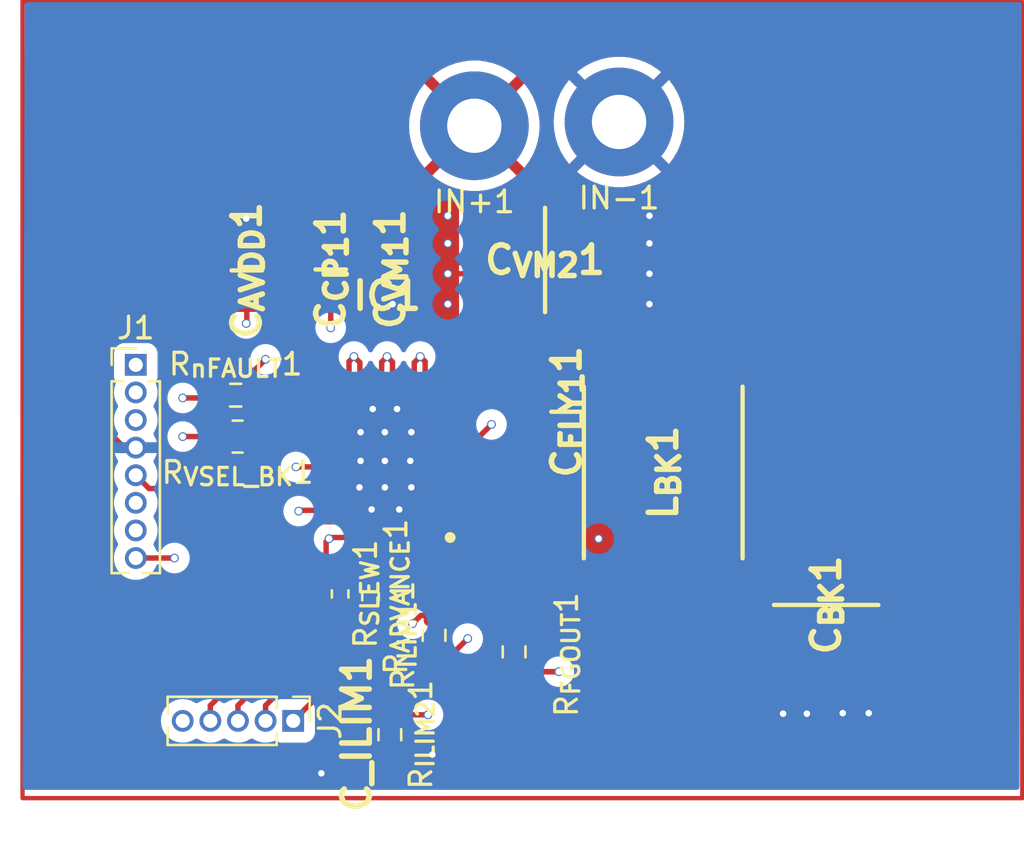
<source format=kicad_pcb>
(kicad_pcb (version 20221018) (generator pcbnew)
  (layers (0 "F.Cu" signal) (1 "In1.Cu" signal) (2 "In2.Cu" signal) (31 "B.Cu" signal) (34 "B.Paste" user) (35 "F.Paste" user) (36 "B.SilkS" user "B.Silkscreen") (37 "F.SilkS" user "F.Silkscreen") (38 "B.Mask" user) (39 "F.Mask" user) (44 "Edge.Cuts" user))
  (net 0 "")
  (net 1 "Net-(IC1-ILIM)")
  (net 2 "GND")
  (net 3 "/AVDD")
  (net 4 "/SW_BK")
  (net 5 "Net-(IC1-CP)")
  (net 6 "/VM")
  (net 7 "Net-(IC1-CPH)")
  (net 8 "Net-(IC1-CPL)")
  (net 9 "/PWM")
  (net 10 "/DIR")
  (net 11 "/BRAKE")
  (net 12 "/FGOUT")
  (net 13 "/W")
  (net 14 "/V")
  (net 15 "/U")
  (net 16 "/H3")
  (net 17 "/H2")
  (net 18 "/H1")
  (net 19 "/nFAULT")
  (net 21 "Net-(IC1-SW_BK)")
  (net 22 "Net-(IC1-VSEL_BK)")
  (net 26 "Net-(IC1-SLEW)")
  (net 27 "Net-(IC1-ADVANCE)")
  (footprint "SamacSys_Parts:CAPC3216X178N" (layer "F.Cu") (at 148.7944 90.8618 90)
    (fp_text reference "C_{CP1}1" (at 0 0 90) (layer "F.SilkS") (effects (font (size 1.27 1.27) (thickness 0.254))))
    (fp_text value "1uF" hide)
    (fp_line (start 0 -0.7) (end 0 0.7) (stroke (width 0.2)) (layer "F.SilkS"))
    (pad "1" smd rect (at -1.4 0 90) (size 1.02 1.82) (layers "F.Cu" "F.Paste" "F.Mask") (net 5 "Net-(IC1-CP)"))
    (pad "2" smd rect (at 1.4 0 90) (size 1.02 1.82) (layers "F.Cu" "F.Paste" "F.Mask") (net 6 "/VM"))
  )
  (footprint "Resistor_SMD:R_0603_1608Metric_Pad0.98x0.95mm_HandSolder" (layer "F.Cu") (at 151.511 112.268 -90)
    (fp_text reference "R_{ILIM2}1" (at 0 -1.43 90) (layer "F.SilkS"))
    (fp_text value "1k")
    (fp_line (start -0.254724 -0.5225) (end 0.254724 -0.5225) (stroke (width 0.12)) (layer "F.SilkS"))
    (fp_line (start -0.254724 0.5225) (end 0.254724 0.5225) (stroke (width 0.12)) (layer "F.SilkS"))
    (pad "1" smd roundrect (at -0.9125 0 270) (size 0.975 0.95) (layers "F.Cu" "F.Paste" "F.Mask") (net 1 "Net-(IC1-ILIM)"))
    (pad "2" smd roundrect (at 0.9125 0 270) (size 0.975 0.95) (layers "F.Cu" "F.Paste" "F.Mask") (net 2 "GND"))
  )
  (footprint "Resistor_SMD:R_0603_1608Metric_Pad0.98x0.95mm_HandSolder" (layer "F.Cu") (at 144.4225 96.647)
    (fp_text reference "R_{nFAULT}1" (at 0 -1.43) (layer "F.SilkS"))
    (fp_text value "5k1")
    (fp_line (start -0.254724 -0.5225) (end 0.254724 -0.5225) (stroke (width 0.12)) (layer "F.SilkS"))
    (fp_line (start -0.254724 0.5225) (end 0.254724 0.5225) (stroke (width 0.12)) (layer "F.SilkS"))
    (pad "1" smd roundrect (at -0.9125 0) (size 0.975 0.95) (layers "F.Cu" "F.Paste" "F.Mask") (net 3 "/AVDD"))
    (pad "2" smd roundrect (at 0.9125 0) (size 0.975 0.95) (layers "F.Cu" "F.Paste" "F.Mask") (net 19 "/nFAULT"))
  )
  (footprint "SamacSys_Parts:INDPM7973X540N" (layer "F.Cu") (at 164.084 100.203 -90)
    (fp_text reference "L_{BK}1" (at 0 0 90) (layer "F.SilkS") (effects (font (size 1.27 1.27) (thickness 0.254))))
    (fp_text value "47uH" hide)
    (fp_line (start -3.95 3.65) (end 3.95 3.65) (stroke (width 0.2)) (layer "F.SilkS"))
    (fp_line (start 3.95 -3.65) (end -3.95 -3.65) (stroke (width 0.2)) (layer "F.SilkS"))
    (pad "1" smd rect (at -3.05 0 270) (size 3.05 3.1) (layers "F.Cu" "F.Paste" "F.Mask") (net 21 "Net-(IC1-SW_BK)"))
    (pad "2" smd rect (at 3.05 0 270) (size 3.05 3.1) (layers "F.Cu" "F.Paste" "F.Mask") (net 4 "/SW_BK"))
  )
  (footprint "MountingHole:MountingHole_2.5mm_Pad" (layer "F.Cu") (at 162.052 84.074 180)
    (fp_text reference "IN-1" (at 0 -3.5) (layer "F.SilkS"))
    (fp_text value "MountingHole_Pad")
    (pad "1" thru_hole circle (at 0 0 180) (size 5 5) (drill 2.5) (layers "*.Cu" "*.Mask") (net 2 "GND"))
  )
  (footprint "SamacSys_Parts:CAPC1608X95N" (layer "F.Cu") (at 149.987 112.2265 -90)
    (fp_text reference "C_ILIM1" (at 0 0 90) (layer "F.SilkS") (effects (font (size 1.27 1.27) (thickness 0.254))))
    (fp_text value "0u1F" hide)
    (pad "1" smd rect (at -0.7 0 270) (size 0.78 0.98) (layers "F.Cu" "F.Paste" "F.Mask") (net 1 "Net-(IC1-ILIM)"))
    (pad "2" smd rect (at 0.7 0 270) (size 0.78 0.98) (layers "F.Cu" "F.Paste" "F.Mask") (net 2 "GND"))
  )
  (footprint "Resistor_SMD:R_0805_2012Metric_Pad1.20x1.40mm_HandSolder" (layer "F.Cu") (at 144.51 98.552 180)
    (fp_text reference "R_{VSEL_BK}1" (at 0 -1.65) (layer "F.SilkS"))
    (fp_text value "1M")
    (fp_line (start -0.227064 -0.735) (end 0.227064 -0.735) (stroke (width 0.12)) (layer "F.SilkS"))
    (fp_line (start -0.227064 0.735) (end 0.227064 0.735) (stroke (width 0.12)) (layer "F.SilkS"))
    (pad "1" smd roundrect (at -1 0 180) (size 1.2 1.4) (layers "F.Cu" "F.Paste" "F.Mask") (roundrect_rratio 0.2083333333) (net 22 "Net-(IC1-VSEL_BK)"))
    (pad "2" smd roundrect (at 1 0 180) (size 1.2 1.4) (layers "F.Cu" "F.Paste" "F.Mask") (roundrect_rratio 0.2083333333) (net 3 "/AVDD"))
  )
  (footprint "SamacSys_Parts:CAPC3216X178N" (layer "F.Cu") (at 144.9336 90.9066 90)
    (fp_text reference "C_{AVDD}1" (at 0 0 90) (layer "F.SilkS") (effects (font (size 1.27 1.27) (thickness 0.254))))
    (fp_text value "1uF" hide)
    (fp_line (start 0 -0.7) (end 0 0.7) (stroke (width 0.2)) (layer "F.SilkS"))
    (pad "1" smd rect (at -1.4 0 90) (size 1.02 1.82) (layers "F.Cu" "F.Paste" "F.Mask") (net 3 "/AVDD"))
    (pad "2" smd rect (at 1.4 0 90) (size 1.02 1.82) (layers "F.Cu" "F.Paste" "F.Mask") (net 2 "GND"))
  )
  (footprint "Connector_PinHeader_1.27mm:PinHeader_1x08_P1.27mm_Vertical" (layer "F.Cu") (at 139.827 95.25)
    (fp_text reference "J1" (at 0 -1.695) (layer "F.SilkS"))
    (fp_text value "Conn_01x08_Pin")
    (fp_line (start -1.11 -0.76) (end 0 -0.76) (stroke (width 0.12)) (layer "F.SilkS"))
    (fp_line (start -1.11 0) (end -1.11 -0.76) (stroke (width 0.12)) (layer "F.SilkS"))
    (fp_line (start -1.11 0.76) (end -1.11 9.585) (stroke (width 0.12)) (layer "F.SilkS"))
    (fp_line (start -1.11 0.76) (end -0.563471 0.76) (stroke (width 0.12)) (layer "F.SilkS"))
    (fp_line (start -1.11 9.585) (end -0.30753 9.585) (stroke (width 0.12)) (layer "F.SilkS"))
    (fp_line (start 0.30753 9.585) (end 1.11 9.585) (stroke (width 0.12)) (layer "F.SilkS"))
    (fp_line (start 0.563471 0.76) (end 1.11 0.76) (stroke (width 0.12)) (layer "F.SilkS"))
    (fp_line (start 1.11 0.76) (end 1.11 9.585) (stroke (width 0.12)) (layer "F.SilkS"))
    (pad "1" thru_hole rect (at 0 0) (size 1 1) (drill 0.65) (layers "*.Cu" "*.Mask") (net 15 "/U"))
    (pad "2" thru_hole oval (at 0 1.27) (size 1 1) (drill 0.65) (layers "*.Cu" "*.Mask") (net 14 "/V"))
    (pad "3" thru_hole oval (at 0 2.54) (size 1 1) (drill 0.65) (layers "*.Cu" "*.Mask") (net 13 "/W"))
    (pad "4" thru_hole oval (at 0 3.81) (size 1 1) (drill 0.65) (layers "*.Cu" "*.Mask") (net 2 "GND"))
    (pad "5" thru_hole oval (at 0 5.08) (size 1 1) (drill 0.65) (layers "*.Cu" "*.Mask") (net 17 "/H2"))
    (pad "6" thru_hole oval (at 0 6.35) (size 1 1) (drill 0.65) (layers "*.Cu" "*.Mask") (net 18 "/H1"))
    (pad "7" thru_hole oval (at 0 7.62) (size 1 1) (drill 0.65) (layers "*.Cu" "*.Mask") (net 16 "/H3"))
    (pad "8" thru_hole oval (at 0 8.89) (size 1 1) (drill 0.65) (layers "*.Cu" "*.Mask") (net 4 "/SW_BK"))
  )
  (footprint "Resistor_SMD:R_0402_1005Metric_Pad0.72x0.64mm_HandSolder" (layer "F.Cu") (at 149.225 105.791 -90)
    (fp_text reference "R_{SLEW}1" (at 0 -1.17 90) (layer "F.SilkS"))
    (fp_text value "47k")
    (fp_line (start -0.167621 -0.38) (end 0.167621 -0.38) (stroke (width 0.12)) (layer "F.SilkS"))
    (fp_line (start -0.167621 0.38) (end 0.167621 0.38) (stroke (width 0.12)) (layer "F.SilkS"))
    (pad "1" smd roundrect (at -0.5975 0 270) (size 0.715 0.64) (layers "F.Cu" "F.Paste" "F.Mask") (net 26 "Net-(IC1-SLEW)"))
    (pad "2" smd roundrect (at 0.5975 0 270) (size 0.715 0.64) (layers "F.Cu" "F.Paste" "F.Mask") (net 3 "/AVDD"))
  )
  (footprint "SamacSys_Parts:CAPC3216X180N" (layer "F.Cu") (at 159.639 97.409 -90)
    (fp_text reference "C_{FLY1}1" (at 0 0 90) (layer "F.SilkS") (effects (font (size 1.27 1.27) (thickness 0.254))))
    (fp_text value "47nF" hide)
    (fp_line (start 0 -0.7) (end 0 0.7) (stroke (width 0.2)) (layer "F.SilkS"))
    (pad "1" smd rect (at -1.38 0 270) (size 1.07 1.82) (layers "F.Cu" "F.Paste" "F.Mask") (net 7 "Net-(IC1-CPH)"))
    (pad "2" smd rect (at 1.38 0 270) (size 1.07 1.82) (layers "F.Cu" "F.Paste" "F.Mask") (net 8 "Net-(IC1-CPL)"))
  )
  (footprint "Resistor_SMD:R_0603_1608Metric_Pad0.98x0.95mm_HandSolder" (layer "F.Cu") (at 157.226 108.458 90)
    (fp_text reference "R_{FGOUT}1" (at -0.127 2.413 90) (layer "F.SilkS"))
    (fp_text value "5k1")
    (fp_line (start -0.254724 -0.5225) (end 0.254724 -0.5225) (stroke (width 0.12)) (layer "F.SilkS"))
    (fp_line (start -0.254724 0.5225) (end 0.254724 0.5225) (stroke (width 0.12)) (layer "F.SilkS"))
    (pad "1" smd roundrect (at -0.9125 0 90) (size 0.975 0.95) (layers "F.Cu" "F.Paste" "F.Mask") (net 3 "/AVDD"))
    (pad "2" smd roundrect (at 0.9125 0 90) (size 0.975 0.95) (layers "F.Cu" "F.Paste" "F.Mask") (net 12 "/FGOUT"))
  )
  (footprint "Resistor_SMD:R_0603_1608Metric_Pad0.98x0.95mm_HandSolder" (layer "F.Cu") (at 153.543 107.696 90)
    (fp_text reference "R_{ILIM1}1" (at 0 -1.43 90) (layer "F.SilkS"))
    (fp_text value "1k")
    (fp_line (start -0.254724 -0.5225) (end 0.254724 -0.5225) (stroke (width 0.12)) (layer "F.SilkS"))
    (fp_line (start -0.254724 0.5225) (end 0.254724 0.5225) (stroke (width 0.12)) (layer "F.SilkS"))
    (pad "1" smd roundrect (at -0.9125 0 90) (size 0.975 0.95) (layers "F.Cu" "F.Paste" "F.Mask") (net 3 "/AVDD"))
    (pad "2" smd roundrect (at 0.9125 0 90) (size 0.975 0.95) (layers "F.Cu" "F.Paste" "F.Mask") (net 1 "Net-(IC1-ILIM)"))
  )
  (footprint "MountingHole:MountingHole_2.5mm_Pad" (layer "F.Cu") (at 155.3972 84.2488 180)
    (fp_text reference "IN+1" (at 0 -3.5) (layer "F.SilkS"))
    (fp_text value "MountingHole_Pad")
    (pad "1" thru_hole circle (at 0 0 180) (size 5 5) (drill 2.5) (layers "*.Cu" "*.Mask") (net 6 "/VM"))
  )
  (footprint "Resistor_SMD:R_0402_1005Metric_Pad0.72x0.64mm_HandSolder" (layer "F.Cu") (at 150.622 105.918 -90)
    (fp_text reference "R_{ADVANCE}1" (at 0 -1.17 90) (layer "F.SilkS"))
    (fp_text value "22k")
    (fp_line (start -0.167621 -0.38) (end 0.167621 -0.38) (stroke (width 0.12)) (layer "F.SilkS"))
    (fp_line (start -0.167621 0.38) (end 0.167621 0.38) (stroke (width 0.12)) (layer "F.SilkS"))
    (pad "1" smd roundrect (at -0.5975 0 270) (size 0.715 0.64) (layers "F.Cu" "F.Paste" "F.Mask") (net 27 "Net-(IC1-ADVANCE)"))
    (pad "2" smd roundrect (at 0.5975 0 270) (size 0.715 0.64) (layers "F.Cu" "F.Paste" "F.Mask") (net 3 "/AVDD"))
  )
  (footprint "Connector_PinHeader_1.27mm:PinHeader_1x05_P1.27mm_Vertical" (layer "F.Cu") (at 147.066 111.633 -90)
    (fp_text reference "J2" (at 0 -1.695 90) (layer "F.SilkS"))
    (fp_text value "Conn_01x05_Pin")
    (fp_line (start -1.11 -0.76) (end 0 -0.76) (stroke (width 0.12)) (layer "F.SilkS"))
    (fp_line (start -1.11 0) (end -1.11 -0.76) (stroke (width 0.12)) (layer "F.SilkS"))
    (fp_line (start -1.11 0.76) (end -1.11 5.775) (stroke (width 0.12)) (layer "F.SilkS"))
    (fp_line (start -1.11 0.76) (end -0.563471 0.76) (stroke (width 0.12)) (layer "F.SilkS"))
    (fp_line (start -1.11 5.775) (end -0.30753 5.775) (stroke (width 0.12)) (layer "F.SilkS"))
    (fp_line (start 0.30753 5.775) (end 1.11 5.775) (stroke (width 0.12)) (layer "F.SilkS"))
    (fp_line (start 0.563471 0.76) (end 1.11 0.76) (stroke (width 0.12)) (layer "F.SilkS"))
    (fp_line (start 1.11 0.76) (end 1.11 5.775) (stroke (width 0.12)) (layer "F.SilkS"))
    (pad "1" thru_hole rect (at 0 0 270) (size 1 1) (drill 0.65) (layers "*.Cu" "*.Mask") (net 12 "/FGOUT"))
    (pad "2" thru_hole oval (at 0 1.27 270) (size 1 1) (drill 0.65) (layers "*.Cu" "*.Mask") (net 9 "/PWM"))
    (pad "3" thru_hole oval (at 0 2.54 270) (size 1 1) (drill 0.65) (layers "*.Cu" "*.Mask") (net 11 "/BRAKE"))
    (pad "4" thru_hole oval (at 0 3.81 270) (size 1 1) (drill 0.65) (layers "*.Cu" "*.Mask") (net 10 "/DIR"))
    (pad "5" thru_hole oval (at 0 5.08 270) (size 1 1) (drill 0.65) (layers "*.Cu" "*.Mask") (net 19 "/nFAULT"))
  )
  (footprint "SamacSys_Parts:CAPC1608X95N" (layer "F.Cu") (at 151.5376 90.8446 -90)
    (fp_text reference "C_{VM1}1" (at 0 0 90) (layer "F.SilkS") (effects (font (size 1.27 1.27) (thickness 0.254))))
    (fp_text value "0u1F" hide)
    (pad "1" smd rect (at -0.7 0 270) (size 0.78 0.98) (layers "F.Cu" "F.Paste" "F.Mask") (net 6 "/VM"))
    (pad "2" smd rect (at 0.7 0 270) (size 0.78 0.98) (layers "F.Cu" "F.Paste" "F.Mask") (net 2 "GND"))
  )
  (footprint "SamacSys_Parts:CAPC6050X350N" (layer "F.Cu") (at 158.649 90.424)
    (fp_text reference "C_{VM2}1" (at 0 0) (layer "F.SilkS") (effects (font (size 1.27 1.27) (thickness 0.254))))
    (fp_text value ">=10uF" hide)
    (fp_line (start 0 -2.4) (end 0 2.4) (stroke (width 0.2)) (layer "F.SilkS"))
    (pad "1" smd rect (at -2.26 0) (size 2.39 5.51) (layers "F.Cu" "F.Paste" "F.Mask") (net 6 "/VM"))
    (pad "2" smd rect (at 2.26 0) (size 2.39 5.51) (layers "F.Cu" "F.Paste" "F.Mask") (net 2 "GND"))
  )
  (footprint "SamacSys_Parts:QFN50P500X700X100-41N-D" (layer "F.Cu") (at 151.384 99.695 180)
    (fp_text reference "IC1" (at 0 7.62) (layer "F.SilkS") (effects (font (size 1.27 1.27) (thickness 0.254))))
    (fp_text value "MCT8316Z0TQRGFRQ1" hide)
    (fp_circle (center -2.9 -3.5) (end -2.9 -3.375) (stroke (width 0.25)) (fill none) (layer "F.SilkS"))
    (pad "1" smd rect (at -2.5 -2.75 270) (size 0.3 0.8) (layers "F.Cu" "F.Paste" "F.Mask"))
    (pad "2" smd rect (at -2.5 -2.25 270) (size 0.3 0.8) (layers "F.Cu" "F.Paste" "F.Mask") (net 2 "GND"))
    (pad "3" smd rect (at -2.5 -1.75 270) (size 0.3 0.8) (layers "F.Cu" "F.Paste" "F.Mask") (net 4 "/SW_BK"))
    (pad "4" smd rect (at -2.5 -1.25 270) (size 0.3 0.8) (layers "F.Cu" "F.Paste" "F.Mask") (net 2 "GND"))
    (pad "5" smd rect (at -2.5 -0.75 270) (size 0.3 0.8) (layers "F.Cu" "F.Paste" "F.Mask") (net 21 "Net-(IC1-SW_BK)"))
    (pad "6" smd rect (at -2.5 -0.25 270) (size 0.3 0.8) (layers "F.Cu" "F.Paste" "F.Mask") (net 8 "Net-(IC1-CPL)"))
    (pad "7" smd rect (at -2.5 0.25 270) (size 0.3 0.8) (layers "F.Cu" "F.Paste" "F.Mask") (net 7 "Net-(IC1-CPH)"))
    (pad "8" smd rect (at -2.5 0.75 270) (size 0.3 0.8) (layers "F.Cu" "F.Paste" "F.Mask") (net 5 "Net-(IC1-CP)"))
    (pad "9" smd rect (at -2.5 1.25 270) (size 0.3 0.8) (layers "F.Cu" "F.Paste" "F.Mask") (net 6 "/VM"))
    (pad "10" smd rect (at -2.5 1.75 270) (size 0.3 0.8) (layers "F.Cu" "F.Paste" "F.Mask") (net 6 "/VM"))
    (pad "11" smd rect (at -2.5 2.25 270) (size 0.3 0.8) (layers "F.Cu" "F.Paste" "F.Mask") (net 6 "/VM"))
    (pad "12" smd rect (at -2.5 2.75 270) (size 0.3 0.8) (layers "F.Cu" "F.Paste" "F.Mask") (net 2 "GND"))
    (pad "13" smd rect (at -1.75 3.5 180) (size 0.3 0.8) (layers "F.Cu" "F.Paste" "F.Mask") (net 15 "/U"))
    (pad "14" smd rect (at -1.25 3.5 180) (size 0.3 0.8) (layers "F.Cu" "F.Paste" "F.Mask") (net 15 "/U"))
    (pad "15" smd rect (at -0.75 3.5 180) (size 0.3 0.8) (layers "F.Cu" "F.Paste" "F.Mask") (net 2 "GND"))
    (pad "16" smd rect (at -0.25 3.5 180) (size 0.3 0.8) (layers "F.Cu" "F.Paste" "F.Mask") (net 14 "/V"))
    (pad "17" smd rect (at 0.25 3.5 180) (size 0.3 0.8) (layers "F.Cu" "F.Paste" "F.Mask") (net 14 "/V"))
    (pad "18" smd rect (at 0.75 3.5 180) (size 0.3 0.8) (layers "F.Cu" "F.Paste" "F.Mask") (net 2 "GND"))
    (pad "19" smd rect (at 1.25 3.5 180) (size 0.3 0.8) (layers "F.Cu" "F.Paste" "F.Mask") (net 13 "/W"))
    (pad "20" smd rect (at 1.75 3.5 180) (size 0.3 0.8) (layers "F.Cu" "F.Paste" "F.Mask") (net 13 "/W"))
    (pad "21" smd rect (at 2.5 2.75 270) (size 0.3 0.8) (layers "F.Cu" "F.Paste" "F.Mask") (net 2 "GND"))
    (pad "22" smd rect (at 2.5 2.25 270) (size 0.3 0.8) (layers "F.Cu" "F.Paste" "F.Mask") (net 19 "/nFAULT"))
    (pad "23" smd rect (at 2.5 1.75 270) (size 0.3 0.8) (layers "F.Cu" "F.Paste" "F.Mask") (net 3 "/AVDD"))
    (pad "24" smd rect (at 2.5 1.25 270) (size 0.3 0.8) (layers "F.Cu" "F.Paste" "F.Mask") (net 22 "Net-(IC1-VSEL_BK)"))
    (pad "25" smd rect (at 2.5 0.75 270) (size 0.3 0.8) (layers "F.Cu" "F.Paste" "F.Mask") (net 3 "/AVDD"))
    (pad "26" smd rect (at 2.5 0.25 270) (size 0.3 0.8) (layers "F.Cu" "F.Paste" "F.Mask") (net 2 "GND"))
    (pad "27" smd rect (at 2.5 -0.25 270) (size 0.3 0.8) (layers "F.Cu" "F.Paste" "F.Mask") (net 18 "/H1"))
    (pad "28" smd rect (at 2.5 -0.75 270) (size 0.3 0.8) (layers "F.Cu" "F.Paste" "F.Mask"))
    (pad "29" smd rect (at 2.5 -1.25 270) (size 0.3 0.8) (layers "F.Cu" "F.Paste" "F.Mask") (net 17 "/H2"))
    (pad "30" smd rect (at 2.5 -1.75 270) (size 0.3 0.8) (layers "F.Cu" "F.Paste" "F.Mask"))
    (pad "31" smd rect (at 2.5 -2.25 270) (size 0.3 0.8) (layers "F.Cu" "F.Paste" "F.Mask") (net 16 "/H3"))
    (pad "32" smd rect (at 2.5 -2.75 270) (size 0.3 0.8) (layers "F.Cu" "F.Paste" "F.Mask"))
    (pad "33" smd rect (at 1.75 -3.5 180) (size 0.3 0.8) (layers "F.Cu" "F.Paste" "F.Mask") (net 3 "/AVDD"))
    (pad "34" smd rect (at 1.25 -3.5 180) (size 0.3 0.8) (layers "F.Cu" "F.Paste" "F.Mask") (net 26 "Net-(IC1-SLEW)"))
    (pad "35" smd rect (at 0.75 -3.5 180) (size 0.3 0.8) (layers "F.Cu" "F.Paste" "F.Mask") (net 27 "Net-(IC1-ADVANCE)"))
    (pad "36" smd rect (at 0.25 -3.5 180) (size 0.3 0.8) (layers "F.Cu" "F.Paste" "F.Mask") (net 10 "/DIR"))
    (pad "37" smd rect (at -0.25 -3.5 180) (size 0.3 0.8) (layers "F.Cu" "F.Paste" "F.Mask") (net 1 "Net-(IC1-ILIM)"))
    (pad "38" smd rect (at -0.75 -3.5 180) (size 0.3 0.8) (layers "F.Cu" "F.Paste" "F.Mask") (net 11 "/BRAKE"))
    (pad "39" smd rect (at -1.25 -3.5 180) (size 0.3 0.8) (layers "F.Cu" "F.Paste" "F.Mask") (net 9 "/PWM"))
    (pad "40" smd rect (at -1.75 -3.5 180) (size 0.3 0.8) (layers "F.Cu" "F.Paste" "F.Mask") (net 12 "/FGOUT"))
    (pad "41" smd rect (at 0 0 180) (size 3.8 5.8) (layers "F.Cu" "F.Paste" "F.Mask") (net 2 "GND"))
  )
  (footprint "SamacSys_Parts:CAPC6050X350N" (layer "F.Cu") (at 171.577 106.299 -90)
    (fp_text reference "C_{BK}1" (at 0 0 90) (layer "F.SilkS") (effects (font (size 1.27 1.27) (thickness 0.254))))
    (fp_text value "22uF" hide)
    (fp_line (start 0 -2.4) (end 0 2.4) (stroke (width 0.2)) (layer "F.SilkS"))
    (pad "1" smd rect (at -2.26 0 270) (size 2.39 5.51) (layers "F.Cu" "F.Paste" "F.Mask") (net 4 "/SW_BK"))
    (pad "2" smd rect (at 2.26 0 270) (size 2.39 5.51) (layers "F.Cu" "F.Paste" "F.Mask") (net 2 "GND"))
  )
  (gr_rect (start 134.62 78.5622) (end 180.594 115.189) (stroke (width 0.2)) (fill none) (layer "F.Cu"))
  (segment (start 149.987 111.5265) (end 151.34 111.5265) (width 0.25) (layer "F.Cu") (net 1))
  (segment (start 153.543 106.4025) (end 151.634 104.4935) (width 0.25) (layer "F.Cu") (net 1))
  (segment (start 151.634 104.4935) (end 151.634 103.195) (width 0.25) (layer "F.Cu") (net 1))
  (segment (start 152.9315 106.7835) (end 153.543 106.7835) (width 0.25) (layer "F.Cu") (net 1))
  (segment (start 153.543 106.7835) (end 153.543 106.4025) (width 0.25) (layer "F.Cu") (net 1))
  (segment (start 151.34 111.5265) (end 151.511 111.3555) (width 0.25) (layer "F.Cu") (net 1))
  (segment (start 153.2617 111.3555) (end 151.511 111.3555) (width 0.25) (layer "F.Cu") (net 1))
  (segment (start 153.2636 111.3536) (end 153.2617 111.3555) (width 0.25) (layer "F.Cu") (net 1))
  (segment (start 152.5524 107.1626) (end 152.9315 106.7835) (width 0.25) (layer "F.Cu") (net 1))
  (via (at 152.5524 107.1626) (size 0.4) (drill 0.3) (layers "F.Cu" "B.Cu") (net 1))
  (via (at 153.2636 111.3536) (size 0.4) (drill 0.3) (layers "F.Cu" "B.Cu") (net 1))
  (segment (start 154.396 101.945) (end 154.94 102.489) (width 0.25) (layer "F.Cu") (net 2))
  (segment (start 170.7134 111.2774) (end 172.339 111.2774) (width 0.25) (layer "F.Cu") (net 2))
  (segment (start 151.983 101.945) (end 151.9428 101.9048) (width 0.25) (layer "F.Cu") (net 2))
  (segment (start 172.339 111.2774) (end 173.5328 111.2774) (width 0.25) (layer "F.Cu") (net 2))
  (segment (start 162.814 90.424) (end 160.909 90.424) (width 0.25) (layer "F.Cu") (net 2))
  (segment (start 152.134 96.195) (end 152.134 96.9892) (width 0.25) (layer "F.Cu") (net 2))
  (segment (start 171.577 110.4138) (end 171.577 108.559) (width 0.25) (layer "F.Cu") (net 2))
  (segment (start 169.5958 111.3028) (end 170.688 111.3028) (width 0.25) (layer "F.Cu") (net 2))
  (segment (start 153.884 100.945) (end 152.5578 100.945) (width 0.25) (layer "F.Cu") (net 2))
  (segment (start 148.884 99.445) (end 149.9402 99.445) (width 0.25) (layer "F.Cu") (net 2))
  (segment (start 152.1782 96.945) (end 151.8412 97.282) (width 0.25) (layer "F.Cu") (net 2))
  (segment (start 163.449 92.456) (end 163.449 91.059) (width 0.25) (layer "F.Cu") (net 2))
  (segment (start 148.884 96.945) (end 150.3866 96.945) (width 0.25) (layer "F.Cu") (net 2))
  (segment (start 163.449 91.059) (end 162.814 90.424) (width 0.25) (layer "F.Cu") (net 2))
  (segment (start 150.634 97.1924) (end 150.7236 97.282) (width 0.25) (layer "F.Cu") (net 2))
  (segment (start 170.688 111.3028) (end 170.7134 111.2774) (width 0.25) (layer "F.Cu") (net 2))
  (segment (start 153.884 101.945) (end 151.983 101.945) (width 0.25) (layer "F.Cu") (net 2))
  (segment (start 153.4668 113.1824) (end 153.4649 113.1805) (width 0.25) (layer "F.Cu") (net 2))
  (segment (start 154.94 102.489) (end 154.94 103.378) (width 0.25) (layer "F.Cu") (net 2))
  (segment (start 136.7028 96.642906) (end 136.7028 92.2782) (width 0.5) (layer "F.Cu") (net 2))
  (segment (start 152.134 96.9892) (end 151.8412 97.282) (width 0.25) (layer "F.Cu") (net 2))
  (segment (start 151.5376 91.5446) (end 151.5376 92.3556) (width 0.25) (layer "F.Cu") (net 2))
  (segment (start 153.4649 113.1805) (end 151.511 113.1805) (width 0.25) (layer "F.Cu") (net 2))
  (segment (start 136.7028 88.2396) (end 136.779 88.1634) (width 0.5) (layer "F.Cu") (net 2))
  (segment (start 136.7028 92.2782) (end 136.7028 88.2396) (width 0.5) (layer "F.Cu") (net 2))
  (segment (start 149.9402 99.445) (end 150.1648 99.6696) (width 0.25) (layer "F.Cu") (net 2))
  (segment (start 170.688 111.3028) (end 171.577 110.4138) (width 0.25) (layer "F.Cu") (net 2))
  (segment (start 139.119894 99.06) (end 136.7028 96.642906) (width 0.5) (layer "F.Cu") (net 2))
  (segment (start 150.3866 96.945) (end 150.7236 97.282) (width 0.25) (layer "F.Cu") (net 2))
  (segment (start 163.449 88.392) (end 163.449 89.662) (width 0.25) (layer "F.Cu") (net 2))
  (segment (start 150.634 96.195) (end 150.634 97.1924) (width 0.25) (layer "F.Cu") (net 2))
  (segment (start 152.5578 100.945) (end 152.5016 100.8888) (width 0.25) (layer "F.Cu") (net 2))
  (segment (start 153.884 101.945) (end 154.396 101.945) (width 0.25) (layer "F.Cu") (net 2))
  (segment (start 144.9336 89.5066) (end 144.9336 88.5456) (width 0.25) (layer "F.Cu") (net 2))
  (segment (start 163.449 89.662) (end 163.449 91.059) (width 0.25) (layer "F.Cu") (net 2))
  (segment (start 153.884 96.945) (end 152.1782 96.945) (width 0.25) (layer "F.Cu") (net 2))
  (segment (start 149.4809 112.9265) (end 149.987 112.9265) (width 0.25) (layer "F.Cu") (net 2))
  (segment (start 139.827 99.06) (end 139.119894 99.06) (width 0.5) (layer "F.Cu") (net 2))
  (segment (start 151.5376 92.3556) (end 151.638 92.456) (width 0.25) (layer "F.Cu") (net 2))
  (segment (start 144.9336 88.5456) (end 144.907 88.519) (width 0.25) (layer "F.Cu") (net 2))
  (segment (start 148.3614 114.046) (end 149.4809 112.9265) (width 0.25) (layer "F.Cu") (net 2))
  (via (at 151.8412 97.282) (size 0.4) (drill 0.3) (layers "F.Cu" "B.Cu") (net 2))
  (via (at 144.907 88.519) (size 0.4) (drill 0.3) (layers "F.Cu" "B.Cu") (net 2))
  (via (at 150.1648 99.6696) (size 0.4) (drill 0.3) (layers "F.Cu" "B.Cu") (net 2))
  (via (at 163.449 92.456) (size 0.4) (drill 0.3) (layers "F.Cu" "B.Cu") (net 2))
  (via (at 151.2824 100.8888) (size 0.4) (drill 0.3) (layers "F.Cu" "B.Cu") (net 2))
  (via (at 173.5328 111.2774) (size 0.4) (drill 0.3) (layers "F.Cu" "B.Cu") (net 2))
  (via (at 172.339 111.2774) (size 0.4) (drill 0.3) (layers "F.Cu" "B.Cu") (net 2))
  (via (at 148.3614 114.046) (size 0.4) (drill 0.3) (layers "F.Cu" "B.Cu") (net 2))
  (via (at 163.449 89.662) (size 0.4) (drill 0.3) (layers "F.Cu" "B.Cu") (net 2))
  (via (at 150.6728 101.9048) (size 0.4) (drill 0.3) (layers "F.Cu" "B.Cu") (net 2))
  (via (at 151.9428 101.9048) (size 0.4) (drill 0.3) (layers "F.Cu" "B.Cu") (net 2))
  (via (at 163.449 91.059) (size 0.4) (drill 0.3) (layers "F.Cu" "B.Cu") (net 2))
  (via (at 152.4508 99.6696) (size 0.4) (drill 0.3) (layers "F.Cu" "B.Cu") (net 2))
  (via (at 163.449 88.392) (size 0.4) (drill 0.3) (layers "F.Cu" "B.Cu") (net 2))
  (via (at 153.4668 113.1824) (size 0.4) (drill 0.3) (layers "F.Cu" "B.Cu") (net 2))
  (via (at 150.114 100.8888) (size 0.4) (drill 0.3) (layers "F.Cu" "B.Cu") (net 2))
  (via (at 152.5016 100.8888) (size 0.4) (drill 0.3) (layers "F.Cu" "B.Cu") (net 2))
  (via (at 169.5958 111.3028) (size 0.4) (drill 0.3) (layers "F.Cu" "B.Cu") (net 2))
  (via (at 151.638 92.456) (size 0.4) (drill 0.3) (layers "F.Cu" "B.Cu") (net 2))
  (via (at 150.7236 97.282) (size 0.4) (drill 0.3) (layers "F.Cu" "B.Cu") (net 2))
  (via (at 152.5016 98.3488) (size 0.4) (drill 0.3) (layers "F.Cu" "B.Cu") (net 2))
  (via (at 151.2824 99.6696) (size 0.4) (drill 0.3) (layers "F.Cu" "B.Cu") (net 2))
  (via (at 150.1648 98.3488) (size 0.4) (drill 0.3) (layers "F.Cu" "B.Cu") (net 2))
  (via (at 170.688 111.3028) (size 0.4) (drill 0.3) (layers "F.Cu" "B.Cu") (net 2))
  (via (at 151.2824 98.3488) (size 0.4) (drill 0.3) (layers "F.Cu" "B.Cu") (net 2))
  (segment (start 159.2815 109.3705) (end 159.2834 109.3724) (width 0.25) (layer "F.Cu") (net 3))
  (segment (start 144.9336 92.3066) (end 144.9336 93.3184) (width 0.25) (layer "F.Cu") (net 3))
  (segment (start 143.383 96.774) (end 143.51 96.647) (width 0.25) (layer "F.Cu") (net 3))
  (segment (start 149.225 106.3885) (end 148.58 105.7435) (width 0.25) (layer "F.Cu") (net 3))
  (segment (start 148.58 103.388) (end 148.717 103.251) (width 0.25) (layer "F.Cu") (net 3))
  (segment (start 149.352 106.5155) (end 149.225 106.3885) (width 0.25) (layer "F.Cu") (net 3))
  (segment (start 141.986 96.774) (end 143.383 96.774) (width 0.25) (layer "F.Cu") (net 3))
  (segment (start 159.2834 109.3724) (end 158.2674 109.3724) (width 0.25) (layer "F.Cu") (net 3))
  (segment (start 144.9336 93.3184) (end 144.907 93.345) (width 0.25) (layer "F.Cu") (net 3))
  (segment (start 141.986 98.552) (end 143.51 98.552) (width 0.25) (layer "F.Cu") (net 3))
  (segment (start 150.622 106.5155) (end 149.352 106.5155) (width 0.25) (layer "F.Cu") (net 3))
  (segment (start 148.58 105.7435) (end 148.58 103.388) (width 0.25) (layer "F.Cu") (net 3))
  (segment (start 154.3323 108.6085) (end 153.543 108.6085) (width 0.25) (layer "F.Cu") (net 3))
  (segment (start 148.773 103.195) (end 148.717 103.251) (width 0.25) (layer "F.Cu") (net 3))
  (segment (start 149.634 103.195) (end 148.773 103.195) (width 0.25) (layer "F.Cu") (net 3))
  (segment (start 157.226 109.3705) (end 159.2815 109.3705) (width 0.25) (layer "F.Cu") (net 3))
  (segment (start 155.0924 107.8484) (end 154.3323 108.6085) (width 0.25) (layer "F.Cu") (net 3))
  (via (at 144.907 93.345) (size 0.4) (drill 0.3) (layers "F.Cu" "B.Cu") (net 3))
  (via (at 155.0924 107.8484) (size 0.4) (drill 0.3) (layers "F.Cu" "B.Cu") (net 3))
  (via (at 159.2834 109.3724) (size 0.4) (drill 0.3) (layers "F.Cu" "B.Cu") (net 3))
  (via (at 141.986 96.774) (size 0.4) (drill 0.3) (layers "F.Cu" "B.Cu") (net 3))
  (via (at 141.986 98.552) (size 0.4) (drill 0.3) (layers "F.Cu" "B.Cu") (net 3))
  (via (at 148.717 103.251) (size 0.4) (drill 0.3) (layers "F.Cu" "B.Cu") (net 3))
  (segment (start 161.1122 103.251) (end 159.3342 101.473) (width 0.25) (layer "F.Cu") (net 4))
  (segment (start 139.827 104.14) (end 141.605 104.14) (width 0.25) (layer "F.Cu") (net 4))
  (segment (start 162.304 101.473) (end 155.829 101.473) (width 0.25) (layer "F.Cu") (net 4))
  (segment (start 153.884 101.445) (end 155.801 101.445) (width 0.25) (layer "F.Cu") (net 4))
  (segment (start 164.9964 104.1654) (end 171.4506 104.1654) (width 0.25) (layer "F.Cu") (net 4))
  (segment (start 164.084 103.253) (end 162.304 101.473) (width 0.25) (layer "F.Cu") (net 4))
  (segment (start 171.4506 104.1654) (end 171.577 104.039) (width 0.25) (layer "F.Cu") (net 4))
  (segment (start 155.801 101.445) (end 155.829 101.473) (width 0.25) (layer "F.Cu") (net 4))
  (segment (start 159.3342 101.473) (end 155.829 101.473) (width 0.25) (layer "F.Cu") (net 4))
  (segment (start 164.084 103.253) (end 164.9964 104.1654) (width 0.25) (layer "F.Cu") (net 4))
  (via (at 141.605 104.14) (size 0.4) (drill 0.3) (layers "F.Cu" "B.Cu") (net 4))
  (via (at 161.1122 103.251) (size 0.4) (drill 0.3) (layers "F.Cu" "B.Cu") (net 4))
  (segment (start 148.7944 93.541844) (end 148.790622 93.545622) (width 0.25) (layer "F.Cu") (net 5))
  (segment (start 156.1846 97.9932) (end 155.2328 98.945) (width 0.25) (layer "F.Cu") (net 5))
  (segment (start 155.2328 98.945) (end 153.884 98.945) (width 0.25) (layer "F.Cu") (net 5))
  (segment (start 148.7944 92.2618) (end 148.7944 93.541844) (width 0.25) (layer "F.Cu") (net 5))
  (via (at 148.790622 93.545622) (size 0.4) (drill 0.3) (layers "F.Cu" "B.Cu") (net 5))
  (via (at 156.1846 97.9932) (size 0.4) (drill 0.3) (layers "F.Cu" "B.Cu") (net 5))
  (segment (start 155.754 91.059) (end 156.389 90.424) (width 0.25) (layer "F.Cu") (net 6))
  (segment (start 154.584 97.445) (end 156.389 95.64) (width 0.25) (layer "F.Cu") (net 6))
  (segment (start 156.389 95.64) (end 156.389 90.424) (width 0.25) (layer "F.Cu") (net 6))
  (segment (start 154.178 92.456) (end 154.178 91.059) (width 0.25) (layer "F.Cu") (net 6))
  (segment (start 150.8548 89.4618) (end 151.5376 90.1446) (width 0.25) (layer "F.Cu") (net 6))
  (segment (start 154.178 88.392) (end 154.178 89.662) (width 0.25) (layer "F.Cu") (net 6))
  (segment (start 153.884 97.445) (end 154.584 97.445) (width 0.25) (layer "F.Cu") (net 6))
  (segment (start 148.7944 89.4618) (end 150.8548 89.4618) (width 0.25) (layer "F.Cu") (net 6))
  (segment (start 153.6954 90.1446) (end 154.178 89.662) (width 0.25) (layer "F.Cu") (net 6))
  (segment (start 154.178 91.059) (end 154.178 89.662) (width 0.25) (layer "F.Cu") (net 6))
  (segment (start 151.5376 90.1446) (end 153.6954 90.1446) (width 0.25) (layer "F.Cu") (net 6))
  (segment (start 153.884 98.445) (end 153.884 97.945) (width 0.25) (layer "F.Cu") (net 6))
  (segment (start 153.884 97.945) (end 153.884 97.445) (width 0.25) (layer "F.Cu") (net 6))
  (segment (start 154.178 91.059) (end 155.754 91.059) (width 0.25) (layer "F.Cu") (net 6))
  (via (at 154.178 91.059) (size 0.4) (drill 0.3) (layers "F.Cu" "B.Cu") (net 6))
  (via (at 154.178 92.456) (size 0.4) (drill 0.3) (layers "F.Cu" "B.Cu") (net 6))
  (via (at 154.178 88.392) (size 0.4) (drill 0.3) (layers "F.Cu" "B.Cu") (net 6))
  (via (at 154.178 89.662) (size 0.4) (drill 0.3) (layers "F.Cu" "B.Cu") (net 6))
  (segment (start 159.639 96.029) (end 159.368 96.029) (width 0.25) (layer "F.Cu") (net 7))
  (segment (start 159.368 96.029) (end 155.952 99.445) (width 0.25) (layer "F.Cu") (net 7))
  (segment (start 155.952 99.445) (end 153.884 99.445) (width 0.25) (layer "F.Cu") (net 7))
  (segment (start 159.622 98.806) (end 157.227396 98.806) (width 0.25) (layer "F.Cu") (net 8))
  (segment (start 156.088396 99.945) (end 153.884 99.945) (width 0.25) (layer "F.Cu") (net 8))
  (segment (start 157.227396 98.806) (end 156.088396 99.945) (width 0.25) (layer "F.Cu") (net 8))
  (segment (start 159.639 98.789) (end 159.622 98.806) (width 0.25) (layer "F.Cu") (net 8))
  (segment (start 145.796 111.633) (end 145.796 110.925894) (width 0.25) (layer "F.Cu") (net 9))
  (segment (start 146.935894 109.786) (end 155.76 109.786) (width 0.25) (layer "F.Cu") (net 9))
  (segment (start 156.337 107.798104) (end 156.337 107.442) (width 0.25) (layer "F.Cu") (net 9))
  (segment (start 152.634 103.739) (end 152.634 103.195) (width 0.25) (layer "F.Cu") (net 9))
  (segment (start 155.76 109.786) (end 155.76 108.375104) (width 0.25) (layer "F.Cu") (net 9))
  (segment (start 156.337 107.442) (end 152.634 103.739) (width 0.25) (layer "F.Cu") (net 9))
  (segment (start 155.76 108.375104) (end 156.337 107.798104) (width 0.25) (layer "F.Cu") (net 9))
  (segment (start 145.796 110.925894) (end 146.935894 109.786) (width 0.25) (layer "F.Cu") (net 9))
  (segment (start 151.2062 107.3404) (end 151.5364 107.0102) (width 0.25) (layer "F.Cu") (net 10))
  (segment (start 151.5364 107.0102) (end 151.5364 105.032296) (width 0.25) (layer "F.Cu") (net 10))
  (segment (start 146.841494 107.3404) (end 151.2062 107.3404) (width 0.25) (layer "F.Cu") (net 10))
  (segment (start 151.134 104.629896) (end 151.134 103.195) (width 0.25) (layer "F.Cu") (net 10))
  (segment (start 143.256 110.925894) (end 146.841494 107.3404) (width 0.25) (layer "F.Cu") (net 10))
  (segment (start 143.256 111.633) (end 143.256 110.925894) (width 0.25) (layer "F.Cu") (net 10))
  (segment (start 151.5364 105.032296) (end 151.134 104.629896) (width 0.25) (layer "F.Cu") (net 10))
  (segment (start 144.526 110.925894) (end 146.602894 108.849) (width 0.25) (layer "F.Cu") (net 11))
  (segment (start 154.813 106.554396) (end 152.134 103.875396) (width 0.25) (layer "F.Cu") (net 11))
  (segment (start 152.134 103.875396) (end 152.134 103.195) (width 0.25) (layer "F.Cu") (net 11))
  (segment (start 152.009 108.849) (end 153.262 107.596) (width 0.25) (layer "F.Cu") (net 11))
  (segment (start 154.813 106.807) (end 154.813 106.554396) (width 0.25) (layer "F.Cu") (net 11))
  (segment (start 144.526 111.633) (end 144.526 110.925894) (width 0.25) (layer "F.Cu") (net 11))
  (segment (start 154.024 107.596) (end 154.813 106.807) (width 0.25) (layer "F.Cu") (net 11))
  (segment (start 153.262 107.596) (end 154.024 107.596) (width 0.25) (layer "F.Cu") (net 11))
  (segment (start 146.602894 108.849) (end 152.009 108.849) (width 0.25) (layer "F.Cu") (net 11))
  (segment (start 148.463 110.236) (end 156.21 110.236) (width 0.25) (layer "F.Cu") (net 12))
  (segment (start 153.162 103.223) (end 153.134 103.195) (width 0.25) (layer "F.Cu") (net 12))
  (segment (start 156.21 108.5615) (end 157.226 107.5455) (width 0.25) (layer "F.Cu") (net 12))
  (segment (start 156.21 110.236) (end 156.21 108.5615) (width 0.25) (layer "F.Cu") (net 12))
  (segment (start 153.162 103.4815) (end 153.162 103.223) (width 0.25) (layer "F.Cu") (net 12))
  (segment (start 157.226 107.5455) (end 153.162 103.4815) (width 0.25) (layer "F.Cu") (net 12))
  (segment (start 147.066 111.633) (end 148.463 110.236) (width 0.25) (layer "F.Cu") (net 12))
  (segment (start 149.634 96.195) (end 149.634 95.095) (width 0.25) (layer "F.Cu") (net 13))
  (segment (start 150.134 96.195) (end 150.134 95.143) (width 0.25) (layer "F.Cu") (net 13))
  (segment (start 150.134 95.143) (end 149.86 94.869) (width 0.25) (layer "F.Cu") (net 13))
  (segment (start 149.634 95.095) (end 149.86 94.869) (width 0.25) (layer "F.Cu") (net 13))
  (via (at 149.86 94.869) (size 0.4) (drill 0.3) (layers "F.Cu" "B.Cu") (net 13))
  (segment (start 151.134 95.119) (end 151.384 94.869) (width 0.25) (layer "F.Cu") (net 14))
  (segment (start 151.634 95.119) (end 151.384 94.869) (width 0.25) (layer "F.Cu") (net 14))
  (segment (start 151.134 96.195) (end 151.134 95.119) (width 0.25) (layer "F.Cu") (net 14))
  (segment (start 151.634 96.195) (end 151.634 95.119) (width 0.25) (layer "F.Cu") (net 14))
  (via (at 151.384 94.869) (size 0.4) (drill 0.3) (layers "F.Cu" "B.Cu") (net 14))
  (segment (start 153.134 95.095) (end 152.908 94.869) (width 0.25) (layer "F.Cu") (net 15))
  (segment (start 152.634 96.195) (end 152.634 95.143) (width 0.25) (layer "F.Cu") (net 15))
  (segment (start 152.634 95.143) (end 152.908 94.869) (width 0.25) (layer "F.Cu") (net 15))
  (segment (start 153.134 96.195) (end 153.134 95.095) (width 0.25) (layer "F.Cu") (net 15))
  (via (at 152.908 94.869) (size 0.4) (drill 0.3) (layers "F.Cu" "B.Cu") (net 15))
  (via (at 152.908 94.869) (size 0.4) (drill 0.3) (layers "F.Cu" "B.Cu") (net 15))
  (segment (start 148.884 101.945) (end 147.356 101.945) (width 0.25) (layer "F.Cu") (net 16))
  (segment (start 147.356 101.945) (end 147.32 101.981) (width 0.25) (layer "F.Cu") (net 16))
  (via (at 147.32 101.981) (size 0.4) (drill 0.3) (layers "F.Cu" "B.Cu") (net 16))
  (segment (start 140.442 100.945) (end 139.827 100.33) (width 0.25) (layer "F.Cu") (net 17))
  (segment (start 148.884 100.945) (end 140.442 100.945) (width 0.25) (layer "F.Cu") (net 17))
  (segment (start 147.197 99.945) (end 147.193 99.949) (width 0.25) (layer "F.Cu") (net 18))
  (segment (start 148.884 99.945) (end 147.197 99.945) (width 0.25) (layer "F.Cu") (net 18))
  (via (at 147.193 99.949) (size 0.4) (drill 0.3) (layers "F.Cu" "B.Cu") (net 18))
  (segment (start 145.335 96.647) (end 146.133 97.445) (width 0.25) (layer "F.Cu") (net 19))
  (segment (start 146.133 97.445) (end 148.884 97.445) (width 0.25) (layer "F.Cu") (net 19))
  (segment (start 145.335 95.457) (end 145.796 94.996) (width 0.25) (layer "F.Cu") (net 19))
  (segment (start 145.335 96.647) (end 145.335 95.457) (width 0.25) (layer "F.Cu") (net 19))
  (via (at 145.796 94.996) (size 0.4) (drill 0.3) (layers "F.Cu" "B.Cu") (net 19))
  (segment (start 155.69 100.445) (end 154.47 100.445) (width 0.35) (layer "F.Cu") (net 21))
  (segment (start 162.052 100.584) (end 155.829 100.584) (width 0.5) (layer "F.Cu") (net 21))
  (segment (start 164.084 97.153) (end 164.084 98.552) (width 0.35) (layer "F.Cu") (net 21))
  (segment (start 155.829 100.584) (end 155.69 100.445) (width 0.35) (layer "F.Cu") (net 21))
  (segment (start 164.084 98.552) (end 162.052 100.584) (width 0.5) (layer "F.Cu") (net 21))
  (segment (start 154.47 100.445) (end 153.884 100.445) (width 0.25) (layer "F.Cu") (net 21))
  (segment (start 145.617 98.445) (end 148.884 98.445) (width 0.25) (layer "F.Cu") (net 22))
  (segment (start 145.51 98.552) (end 145.617 98.445) (width 0.25) (layer "F.Cu") (net 22))
  (segment (start 149.933302 104.485198) (end 149.933302 103.959302) (width 0.25) (layer "F.Cu") (net 26))
  (segment (start 150.134 103.758604) (end 150.134 103.195) (width 0.25) (layer "F.Cu") (net 26))
  (segment (start 149.933302 103.959302) (end 150.134 103.758604) (width 0.25) (layer "F.Cu") (net 26))
  (segment (start 149.225 105.1935) (end 149.933302 104.485198) (width 0.25) (layer "F.Cu") (net 26))
  (segment (start 150.622 105.3205) (end 150.634 105.3085) (width 0.25) (layer "F.Cu") (net 27))
  (segment (start 150.634 105.3085) (end 150.634 103.195) (width 0.25) (layer "F.Cu") (net 27))
  (zone (net 2) (net_name "GND") (layer "F.Cu") (connect_pads (clearance 0.5)) (min_thickness 0.25) (fill yes (thermal_gap 0.5) (thermal_bridge_width 0.5))
    (polygon (pts (xy 154.051 102.997) (xy 155.575 102.997) (xy 160.274 106.807) (xy 179.8574 106.807) (xy 179.8574 114.7318) (xy 141.478 114.681) (xy 141.478 112.6744) (xy 155.194 112.649) (xy 160.147 108.458)))
  )
  (zone (net 2) (net_name "GND") (layer "F.Cu") (connect_pads (clearance 0.5)) (min_thickness 0.25) (fill yes (thermal_gap 0.5) (thermal_bridge_width 0.5))
    (polygon (pts (xy 159.258 95.377) (xy 161.036 93.726) (xy 180.086 93.599) (xy 180.0352 79.0194) (xy 135.382 79.502) (xy 135.128 90.8558) (xy 146.304 90.805) (xy 146.304 80.645) (xy 159.258 80.645)))
  )
  (zone (net 6) (net_name "/VM") (layer "F.Cu") (connect_pads (clearance 0.5)) (min_thickness 0.25) (fill yes (thermal_gap 0.5) (thermal_bridge_width 0.5))
    (polygon (pts (xy 153.67 98.552) (xy 153.67 97.409) (xy 154.813 97.409) (xy 154.813 94.234) (xy 152.908 94.234) (xy 152.908 90.805) (xy 147.066 90.805) (xy 147.066 81.026) (xy 158.75 81.026) (xy 158.75 95.25) (xy 154.94 98.552)))
  )
  (zone (net 4) (net_name "/SW_BK") (layer "F.Cu") (connect_pads (clearance 0.5)) (min_thickness 0.25) (fill yes (thermal_gap 0.5) (thermal_bridge_width 0.5))
    (polygon (pts (xy 179.451 101.219) (xy 179.451 106.045) (xy 159.893 106.045) (xy 154.94 101.854) (xy 154.94 101.219)))
  )
  (zone (net 2) (net_name "GND") (layer "B.Cu") (connect_pads (clearance 0.5)) (min_thickness 0.25) (fill yes (thermal_gap 0.5) (thermal_bridge_width 0.5))
    (polygon (pts (xy 134.7216 78.5622) (xy 180.5686 78.5622) (xy 180.467 114.808) (xy 134.62 114.808)))
  )
)
</source>
